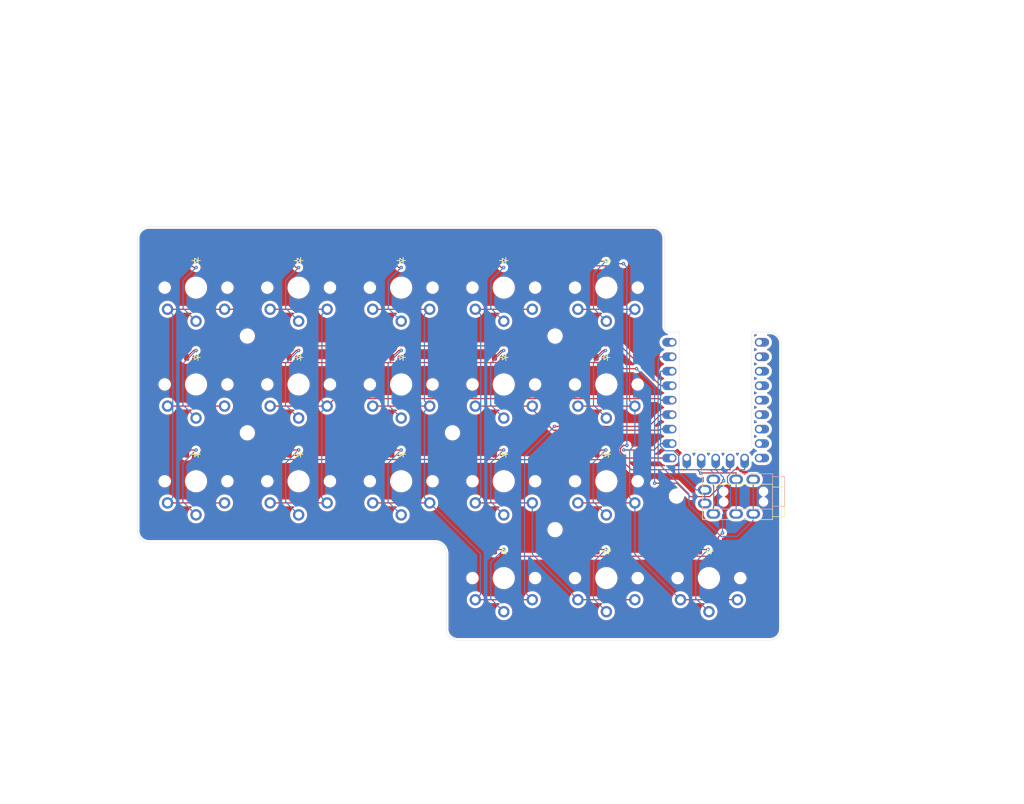
<source format=kicad_pcb>
(kicad_pcb (version 20240108) (generator "pcbnew") (generator_version "8.0")
  (layers (0 "F.Cu" signal) (31 "B.Cu" signal) (34 "B.Paste" user) (35 "F.Paste" user) (36 "B.SilkS" user "B.Silkscreen") (37 "F.SilkS" user "F.Silkscreen") (38 "B.Mask" user) (39 "F.Mask" user) (44 "Edge.Cuts" user))
  (net 0 "")
  (net 1 "Net-(D1-A)")
  (net 2 "Net-(D2-A)")
  (net 3 "Net-(D3-A)")
  (net 4 "Net-(D4-A)")
  (net 5 "Net-(D5-A)")
  (net 6 "Net-(D6-A)")
  (net 7 "Net-(D7-A)")
  (net 8 "Net-(D8-A)")
  (net 9 "Net-(D9-A)")
  (net 10 "Net-(D10-A)")
  (net 11 "Net-(D11-A)")
  (net 12 "Net-(D12-A)")
  (net 13 "Net-(D13-A)")
  (net 14 "Net-(D14-A)")
  (net 15 "Net-(D15-A)")
  (net 16 "Net-(D16-A)")
  (net 17 "Net-(D17-A)")
  (net 18 "Net-(D18-A)")
  (net 19 "Row1")
  (net 20 "Row2")
  (net 21 "Row3")
  (net 22 "Row4")
  (net 23 "GND")
  (net 24 "VCC")
  (net 25 "TX")
  (net 26 "RX")
  (net 27 "Col1")
  (net 28 "Col2")
  (net 29 "Col3")
  (net 30 "Col4")
  (net 31 "Col5")
  (footprint "ScottoKeebs_Components:Diode_SOD-123" (layer "F.Cu") (at 120.8 66.55 180)
    (property "Reference" "D15" (hide yes))
    (property "Value" "Diode")
  )
  (footprint "ScottoKeebs_Components:Diode_SOD-123" (layer "F.Cu") (at 102.8 49.55 180)
    (property "Reference" "D9" (hide yes))
    (property "Value" "Diode")
  )
  (footprint "ScottoKeebs_Components:Diode_SOD-123" (layer "F.Cu") (at 48.8 32.55 180)
    (property "Reference" "D1" (hide yes))
    (property "Value" "Diode")
  )
  (footprint "ScottoKeebs_MCU:RP2040_Zero" (layer "F.Cu") (at 139.98 57.06)
    (property "Reference" "U1" (hide yes))
    (property "Value" "RP2040_Zero" (hide yes))
  )
  (footprint "ScottoKeebs_Components:Diode_SOD-123" (layer "F.Cu") (at 84.8 66.55 180)
    (property "Reference" "D13" (hide yes))
    (property "Value" "Diode")
  )
  (footprint "ScottoKeebs_Components:Diode_SOD-123" (layer "F.Cu") (at 102.8 83.55 180)
    (property "Reference" "D16" (hide yes))
    (property "Value" "Diode")
  )
  (footprint "ScottoKeebs_Components:Diode_SOD-123" (layer "F.Cu") (at 66.8 49.55 180)
    (property "Reference" "D7" (hide yes))
    (property "Value" "Diode")
  )
  (footprint "ScottoKeebs_Components:Diode_SOD-123" (layer "F.Cu") (at 84.8 49.55 180)
    (property "Reference" "D8" (hide yes))
    (property "Value" "Diode")
  )
  (footprint "ScottoKeebs_Components:Diode_SOD-123" (layer "F.Cu") (at 48.8 66.55 180)
    (property "Reference" "D11" (hide yes))
    (property "Value" "Diode")
  )
  (footprint "ScottoKeebs_Components:Diode_SOD-123" (layer "F.Cu") (at 138.8 83.55 180)
    (property "Reference" "D18" (hide yes))
    (property "Value" "Diode")
  )
  (footprint "MountingHole:MountingHole_2.2mm_M2" (layer "F.Cu") (at 133.1 73.9)
    (property "Reference" "H5" (hide yes))
    (property "Value" "MountingHole")
  )
  (footprint "ScottoKeebs_Components:Diode_SOD-123" (layer "F.Cu") (at 120.8 32.55 180)
    (property "Reference" "D5" (hide yes))
    (property "Value" "Diode")
  )
  (footprint "ScottoKeebs_Components:Diode_SOD-123" (layer "F.Cu") (at 66.8 66.55 180)
    (property "Reference" "D12" (hide yes))
    (property "Value" "Diode")
  )
  (footprint "MountingHole:MountingHole_2.2mm_M2" (layer "F.Cu") (at 111.8 79.8)
    (property "Reference" "H4" (hide yes))
    (property "Value" "MountingHole")
  )
  (footprint "ScottoKeebs_Components:Diode_SOD-123" (layer "F.Cu") (at 48.8 49.55 180)
    (property "Reference" "D6" (hide yes))
    (property "Value" "Diode")
  )
  (footprint "MountingHole:MountingHole_2.2mm_M2" (layer "F.Cu") (at 93.8 62.8)
    (property "Reference" "H6" (hide yes))
    (property "Value" "MountingHole")
  )
  (footprint "MountingHole:MountingHole_2.2mm_M2" (layer "F.Cu") (at 111.8 45.8)
    (property "Reference" "H3" (hide yes))
    (property "Value" "MountingHole")
  )
  (footprint "ScottoKeebs_Components:Diode_SOD-123" (layer "F.Cu") (at 102.8 32.55 180)
    (property "Reference" "D4" (hide yes))
    (property "Value" "Diode")
  )
  (footprint "ScottoKeebs_Components:Diode_SOD-123" (layer "F.Cu") (at 120.8 83.55 180)
    (property "Reference" "D17" (hide yes))
    (property "Value" "Diode")
  )
  (footprint "ScottoKeebs_Components:Diode_SOD-123" (layer "F.Cu") (at 120.65 49.55 180)
    (property "Reference" "D10" (hide yes))
    (property "Value" "Diode")
  )
  (footprint "ScottoKeebs_Components:Diode_SOD-123" (layer "F.Cu") (at 102.8 66.55 180)
    (property "Reference" "D14" (hide yes))
    (property "Value" "Diode")
  )
  (footprint "MountingHole:MountingHole_2.2mm_M2" (layer "F.Cu") (at 57.8 62.8)
    (property "Reference" "H2" (hide yes))
    (property "Value" "MountingHole")
  )
  (footprint "ScottoKeebs_Components:Diode_SOD-123" (layer "F.Cu") (at 84.8 32.55 180)
    (property "Reference" "D3" (hide yes))
    (property "Value" "Diode")
  )
  (footprint "MountingHole:MountingHole_2.2mm_M2" (layer "F.Cu") (at 57.8 45.8)
    (property "Reference" "H1" (hide yes))
    (property "Value" "MountingHole")
  )
  (footprint "ScottoKeebs_Components:Diode_SOD-123" (layer "F.Cu") (at 66.8 32.55 180)
    (property "Reference" "D2" (hide yes))
    (property "Value" "Diode")
  )
  (footprint "PCM_marbastlib-xp-choc:SW_choc_Reversible_1u" (layer "B.Cu") (at 138.8 88.3 180)
    (property "Reference" "S18" (hide yes))
    (property "Value" "Keyswitch")
  )
  (footprint "PCM_marbastlib-xp-choc:SW_choc_Reversible_1u" (layer "B.Cu") (at 48.8 37.3 180)
    (property "Reference" "S1" (hide yes))
    (property "Value" "Keyswitch")
  )
  (footprint "PCM_marbastlib-xp-choc:SW_choc_Reversible_1u" (layer "B.Cu") (at 84.8 71.3 180)
    (property "Reference" "S13" (hide yes))
    (property "Value" "Keyswitch")
  )
  (footprint "PCM_marbastlib-xp-choc:SW_choc_Reversible_1u" (layer "B.Cu") (at 48.8 54.3 180)
    (property "Reference" "S6" (hide yes))
    (property "Value" "Keyswitch")
  )
  (footprint "PCM_marbastlib-xp-various:CON_MJ-4PP-9_Reversible" (layer "B.Cu") (at 143.82 74 180)
    (property "Reference" "J1" (hide yes))
    (property "Value" "AudioJack4")
  )
  (footprint "PCM_marbastlib-xp-choc:SW_choc_Reversible_1u" (layer "B.Cu") (at 102.8 88.3 180)
    (property "Reference" "S16" (hide yes))
    (property "Value" "Keyswitch")
  )
  (footprint "PCM_marbastlib-xp-choc:SW_choc_Reversible_1u" (layer "B.Cu") (at 84.8 54.3 180)
    (property "Reference" "S8" (hide yes))
    (property "Value" "Keyswitch")
  )
  (footprint "PCM_marbastlib-xp-choc:SW_choc_Reversible_1u" (layer "B.Cu") (at 84.8 37.3 180)
    (property "Reference" "S3" (hide yes))
    (property "Value" "Keyswitch")
  )
  (footprint "PCM_marbastlib-xp-choc:SW_choc_Reversible_1u" (layer "B.Cu") (at 66.8 37.3 180)
    (property "Reference" "S2" (hide yes))
    (property "Value" "Keyswitch")
  )
  (footprint "PCM_marbastlib-xp-choc:SW_choc_Reversible_1u" (layer "B.Cu") (at 102.8 37.3 180)
    (property "Reference" "S4" (hide yes))
    (property "Value" "Keyswitch")
  )
  (footprint "PCM_marbastlib-xp-choc:SW_choc_Reversible_1u" (layer "B.Cu") (at 48.8 71.3 180)
    (property "Reference" "S11" (hide yes))
    (property "Value" "Keyswitch")
  )
  (footprint "PCM_marbastlib-xp-choc:SW_choc_Reversible_1u" (layer "B.Cu") (at 120.8 71.3 180)
    (property "Reference" "S15" (hide yes))
    (property "Value" "Keyswitch")
  )
  (footprint "PCM_marbastlib-xp-choc:SW_choc_Reversible_1u" (layer "B.Cu") (at 102.8 71.3 180)
    (property "Reference" "S14" (hide yes))
    (property "Value" "Keyswitch")
  )
  (footprint "PCM_marbastlib-xp-choc:SW_choc_Reversible_1u" (layer "B.Cu") (at 102.8 54.3 180)
    (property "Reference" "S9" (hide yes))
    (property "Value" "Keyswitch")
  )
  (footprint "PCM_marbastlib-xp-choc:SW_choc_Reversible_1u" (layer "B.Cu") (at 120.8 54.3 180)
    (property "Reference" "S10" (hide yes))
    (property "Value" "Keyswitch")
  )
  (footprint "PCM_marbastlib-xp-choc:SW_choc_Reversible_1u" (layer "B.Cu") (at 120.8 37.3 180)
    (property "Reference" "S5" (hide yes))
    (property "Value" "Keyswitch")
  )
  (footprint "PCM_marbastlib-xp-choc:SW_choc_Reversible_1u" (layer "B.Cu") (at 66.8 71.3 180)
    (property "Reference" "S12" (hide yes))
    (property "Value" "Keyswitch")
  )
  (footprint "PCM_marbastlib-xp-choc:SW_choc_Reversible_1u" (layer "B.Cu") (at 66.8 54.3 180)
    (property "Reference" "S7" (hide yes))
    (property "Value" "Keyswitch")
  )
  (footprint "PCM_marbastlib-xp-choc:SW_choc_Reversible_1u" (layer "B.Cu") (at 120.8 88.3 180)
    (property "Reference" "S17" (hide yes))
    (property "Value" "Keyswitch")
  )
  (gr_arc (start 38.5 28.6) (mid 39.085786 27.185786) (end 40.5 26.6) (stroke (width 0.05)) (layer "Edge.Cuts"))
  (gr_line (start 146.3 45.1) (end 149.5 45.1) (stroke (width 0.05)) (layer "Edge.Cuts"))
  (gr_line (start 38.5 80) (end 38.5 28.6) (stroke (width 0.05)) (layer "Edge.Cuts"))
  (gr_arc (start 94.7 99.2) (mid 93.285786 98.614214) (end 92.7 97.2) (stroke (width 0.05)) (layer "Edge.Cuts"))
  (gr_arc (start 90.7 82) (mid 92.114214 82.585786) (end 92.7 84) (stroke (width 0.05)) (layer "Edge.Cuts"))
  (gr_line (start 131 44.1) (end 131 28.6) (stroke (width 0.05)) (layer "Edge.Cuts"))
  (gr_arc (start 134.6 65.9) (mid 133.892893 65.607107) (end 133.6 64.9) (stroke (width 0.05)) (layer "Edge.Cuts"))
  (gr_arc (start 40.5 82) (mid 39.085786 81.414214) (end 38.5 80) (stroke (width 0.05)) (layer "Edge.Cuts"))
  (gr_arc (start 151.5 97.2) (mid 150.914214 98.614214) (end 149.5 99.2) (stroke (width 0.05)) (layer "Edge.Cuts"))
  (gr_line (start 149.5 99.2) (end 94.7 99.2) (stroke (width 0.05)) (layer "Edge.Cuts"))
  (gr_arc (start 129 26.6) (mid 130.414214 27.185786) (end 131 28.6) (stroke (width 0.05)) (layer "Edge.Cuts"))
  (gr_line (start 151.5 47.1) (end 151.5 97.2) (stroke (width 0.05)) (layer "Edge.Cuts"))
  (gr_line (start 146.3 45.1) (end 146.3 64.9) (stroke (width 0.05)) (layer "Edge.Cuts"))
  (gr_line (start 40.5 26.6) (end 129 26.6) (stroke (width 0.05)) (layer "Edge.Cuts"))
  (gr_line (start 133.6 45.1) (end 132 45.1) (stroke (width 0.05)) (layer "Edge.Cuts"))
  (gr_arc (start 149.5 45.1) (mid 150.914214 45.685786) (end 151.5 47.1) (stroke (width 0.05)) (layer "Edge.Cuts"))
  (gr_line (start 145.3 65.9) (end 134.6 65.9) (stroke (width 0.05)) (layer "Edge.Cuts"))
  (gr_arc (start 132 45.1) (mid 131.292893 44.807107) (end 131 44.1) (stroke (width 0.05)) (layer "Edge.Cuts"))
  (gr_line (start 92.7 97.2) (end 92.7 84) (stroke (width 0.05)) (layer "Edge.Cuts"))
  (gr_line (start 90.7 82) (end 40.5 82) (stroke (width 0.05)) (layer "Edge.Cuts"))
  (gr_arc (start 146.3 64.9) (mid 146.007107 65.607107) (end 145.3 65.9) (stroke (width 0.05)) (layer "Edge.Cuts"))
  (gr_line (start 133.6 45.1) (end 133.6 64.9) (stroke (width 0.05)) (layer "Edge.Cuts"))
  (segment (start 48.8 33.78) (end 48.38 33.78) (width 0.2) (layer "F.Cu") (net 1))
  (segment (start 48.38 33.78) (end 47.15 32.55) (width 0.2) (layer "F.Cu") (net 1))
  (via (at 48.8 33.78) (size 0.6) (drill 0.2) (layers "F.Cu" "B.Cu") (net 1))
  (segment (start 48.8 43.2) (end 46.5262 40.9262) (width 0.2) (layer "B.Cu") (net 1))
  (segment (start 46.5262 36.0538) (end 48.8 33.78) (width 0.2) (layer "B.Cu") (net 1))
  (segment (start 46.5262 40.9262) (end 46.5262 36.0538) (width 0.2) (layer "B.Cu") (net 1))
  (segment (start 66.38 33.78) (end 65.15 32.55) (width 0.2) (layer "F.Cu") (net 2))
  (segment (start 66.8 33.78) (end 66.38 33.78) (width 0.2) (layer "F.Cu") (net 2))
  (via (at 66.8 33.78) (size 0.6) (drill 0.2) (layers "F.Cu" "B.Cu") (net 2))
  (segment (start 64.5262 36.0538) (end 66.8 33.78) (width 0.2) (layer "B.Cu") (net 2))
  (segment (start 64.5262 40.9262) (end 64.5262 36.0538) (width 0.2) (layer "B.Cu") (net 2))
  (segment (start 66.8 43.2) (end 64.5262 40.9262) (width 0.2) (layer "B.Cu") (net 2))
  (segment (start 84.8 33.78) (end 84.38 33.78) (width 0.2) (layer "F.Cu") (net 3))
  (segment (start 84.38 33.78) (end 83.15 32.55) (width 0.2) (layer "F.Cu") (net 3))
  (via (at 84.8 33.78) (size 0.6) (drill 0.2) (layers "F.Cu" "B.Cu") (net 3))
  (segment (start 82.5335 36.0465) (end 84.8 33.78) (width 0.2) (layer "B.Cu") (net 3))
  (segment (start 82.5335 40.9335) (end 82.5335 36.0465) (width 0.2) (layer "B.Cu") (net 3))
  (segment (start 84.8 43.2) (end 82.5335 40.9335) (width 0.2) (layer "B.Cu") (net 3))
  (segment (start 102.7695 33.78) (end 102.38 33.78) (width 0.2) (layer "F.Cu") (net 4))
  (segment (start 102.38 33.78) (end 101.15 32.55) (width 0.2) (layer "F.Cu") (net 4))
  (via (at 102.7695 33.78) (size 0.6) (drill 0.2) (layers "F.Cu" "B.Cu") (net 4))
  (segment (start 100.5227 40.9227) (end 100.5227 36.0268) (width 0.2) (layer "B.Cu") (net 4))
  (segment (start 102.8 43.2) (end 100.5227 40.9227) (width 0.2) (layer "B.Cu") (net 4))
  (segment (start 100.5227 36.0268) (end 102.7695 33.78) (width 0.2) (layer "B.Cu") (net 4))
  (segment (start 120.7065 32.6712) (end 119.2712 32.6712) (width 0.2) (layer "F.Cu") (net 5))
  (segment (start 119.2712 32.6712) (end 119.15 32.55) (width 0.2) (layer "F.Cu") (net 5))
  (via (at 120.7065 32.6712) (size 0.6) (drill 0.2) (layers "F.Cu" "B.Cu") (net 5))
  (segment (start 120.8 43.2) (end 118.5463 40.9463) (width 0.2) (layer "B.Cu") (net 5))
  (segment (start 118.5463 40.9463) (end 118.5463 34.8314) (width 0.2) (layer "B.Cu") (net 5))
  (segment (start 118.5463 34.8314) (end 120.7065 32.6712) (width 0.2) (layer "B.Cu") (net 5))
  (segment (start 48.36 48.34) (end 47.15 49.55) (width 0.2) (layer "F.Cu") (net 6))
  (segment (start 48.8 48.34) (end 48.36 48.34) (width 0.2) (layer "F.Cu") (net 6))
  (via (at 48.8 48.34) (size 0.6) (drill 0.2) (layers "F.Cu" "B.Cu") (net 6))
  (segment (start 48.8 60.2) (end 46.4946 57.8946) (width 0.2) (layer "B.Cu") (net 6))
  (segment (start 46.4946 57.8946) (end 46.4946 50.6454) (width 0.2) (layer "B.Cu") (net 6))
  (segment (start 46.4946 50.6454) (end 48.8 48.34) (width 0.2) (layer "B.Cu") (net 6))
  (segment (start 66.8 48.34) (end 66.36 48.34) (width 0.2) (layer "F.Cu") (net 7))
  (segment (start 66.36 48.34) (end 65.15 49.55) (width 0.2) (layer "F.Cu") (net 7))
  (via (at 66.8 48.34) (size 0.6) (drill 0.2) (layers "F.Cu" "B.Cu") (net 7))
  (segment (start 64.4962 50.6438) (end 66.8 48.34) (width 0.2) (layer "B.Cu") (net 7))
  (segment (start 64.4962 57.8962) (end 64.4962 50.6438) (width 0.2) (layer "B.Cu") (net 7))
  (segment (start 66.8 60.2) (end 64.4962 57.8962) (width 0.2) (layer "B.Cu") (net 7))
  (segment (start 84.36 48.34) (end 83.15 49.55) (width 0.2) (layer "F.Cu") (net 8))
  (segment (start 84.8 48.34) (end 84.36 48.34) (width 0.2) (layer "F.Cu") (net 8))
  (via (at 84.8 48.34) (size 0.6) (drill 0.2) (layers "F.Cu" "B.Cu") (net 8))
  (segment (start 84.8 60.2) (end 82.5004 57.9004) (width 0.2) (layer "B.Cu") (net 8))
  (segment (start 82.5004 57.9004) (end 82.5004 50.6396) (width 0.2) (layer "B.Cu") (net 8))
  (segment (start 82.5004 50.6396) (end 84.8 48.34) (width 0.2) (layer "B.Cu") (net 8))
  (segment (start 102.36 48.34) (end 101.15 49.55) (width 0.2) (layer "F.Cu") (net 9))
  (segment (start 102.7695 48.34) (end 102.36 48.34) (width 0.2) (layer "F.Cu") (net 9))
  (via (at 102.7695 48.34) (size 0.6) (drill 0.2) (layers "F.Cu" "B.Cu") (net 9))
  (segment (start 102.8 60.2) (end 100.5062 57.9062) (width 0.2) (layer "B.Cu") (net 9))
  (segment (start 100.5062 57.9062) (end 100.5062 50.6033) (width 0.2) (layer "B.Cu") (net 9))
  (segment (start 100.5062 50.6033) (end 102.7695 48.34) (width 0.2) (layer "B.Cu") (net 9))
  (segment (start 120.6315 48.34) (end 120.21 48.34) (width 0.2) (layer "F.Cu") (net 10))
  (segment (start 120.21 48.34) (end 119 49.55) (width 0.2) (layer "F.Cu") (net 10))
  (via (at 120.6315 48.34) (size 0.6) (drill 0.2) (layers "F.Cu" "B.Cu") (net 10))
  (segment (start 118.543 57.943) (end 118.543 50.4285) (width 0.2) (layer "B.Cu") (net 10))
  (segment (start 120.8 60.2) (end 118.543 57.943) (width 0.2) (layer "B.Cu") (net 10))
  (segment (start 118.543 50.4285) (end 120.6315 48.34) (width 0.2) (layer "B.Cu") (net 10))
  (segment (start 47.888 65.812) (end 47.15 66.55) (width 0.2) (layer "F.Cu") (net 11))
  (segment (start 48.8 65.812) (end 47.888 65.812) (width 0.2) (layer "F.Cu") (net 11))
  (via (at 48.8 65.812) (size 0.6) (drill 0.2) (layers "F.Cu" "B.Cu") (net 11))
  (segment (start 46.4946 74.8946) (end 46.4946 68.1174) (width 0.2) (layer "B.Cu") (net 11))
  (segment (start 48.8 77.2) (end 46.4946 74.8946) (width 0.2) (layer "B.Cu") (net 11))
  (segment (start 46.4946 68.1174) (end 48.8 65.812) (width 0.2) (layer "B.Cu") (net 11))
  (segment (start 66.8 65.812) (end 65.888 65.812) (width 0.2) (layer "F.Cu") (net 12))
  (segment (start 65.888 65.812) (end 65.15 66.55) (width 0.2) (layer "F.Cu") (net 12))
  (via (at 66.8 65.812) (size 0.6) (drill 0.2) (layers "F.Cu" "B.Cu") (net 12))
  (segment (start 64.5234 74.9234) (end 64.5234 68.0886) (width 0.2) (layer "B.Cu") (net 12))
  (segment (start 66.8 77.2) (end 64.5234 74.9234) (width 0.2) (layer "B.Cu") (net 12))
  (segment (start 64.5234 68.0886) (end 66.8 65.812) (width 0.2) (layer "B.Cu") (net 12))
  (segment (start 83.888 65.812) (end 83.15 66.55) (width 0.2) (layer "F.Cu") (net 13))
  (segment (start 84.8 65.812) (end 83.888 65.812) (width 0.2) (layer "F.Cu") (net 13))
  (via (at 84.8 65.812) (size 0.6) (drill 0.2) (layers "F.Cu" "B.Cu") (net 13))
  (segment (start 82.4962 68.1158) (end 84.8 65.812) (width 0.2) (layer "B.Cu") (net 13))
  (segment (start 84.8 77.2) (end 82.4962 74.8962) (width 0.2) (layer "B.Cu") (net 13))
  (segment (start 82.4962 74.8962) (end 82.4962 68.1158) (width 0.2) (layer "B.Cu") (net 13))
  (segment (start 102.7695 65.812) (end 101.888 65.812) (width 0.2) (layer "F.Cu") (net 14))
  (segment (start 101.888 65.812) (end 101.15 66.55) (width 0.2) (layer "F.Cu") (net 14))
  (via (at 102.7695 65.812) (size 0.6) (drill 0.2) (layers "F.Cu" "B.Cu") (net 14))
  (segment (start 100.524 74.924) (end 100.524 68.0575) (width 0.2) (layer "B.Cu") (net 14))
  (segment (start 102.8 77.2) (end 100.524 74.924) (width 0.2) (layer "B.Cu") (net 14))
  (segment (start 100.524 68.0575) (end 102.7695 65.812) (width 0.2) (layer "B.Cu") (net 14))
  (segment (start 120.7065 65.812) (end 119.888 65.812) (width 0.2) (layer "F.Cu") (net 15))
  (segment (start 119.888 65.812) (end 119.15 66.55) (width 0.2) (layer "F.Cu") (net 15))
  (via (at 120.7065 65.812) (size 0.6) (drill 0.2) (layers "F.Cu" "B.Cu") (net 15))
  (segment (start 118.4944 74.8944) (end 118.4944 68.0241) (width 0.2) (layer "B.Cu") (net 15))
  (segment (start 120.8 77.2) (end 118.4944 74.8944) (width 0.2) (layer "B.Cu") (net 15))
  (segment (start 118.4944 68.0241) (end 120.7065 65.812) (width 0.2) (layer "B.Cu") (net 15))
  (segment (start 101.416 83.284) (end 101.15 83.55) (width 0.2) (layer "F.Cu") (net 16))
  (segment (start 102.7695 83.284) (end 101.416 83.284) (width 0.2) (layer "F.Cu") (net 16))
  (via (at 102.7695 83.284) (size 0.6) (drill 0.2) (layers "F.Cu" "B.Cu") (net 16))
  (segment (start 102.8 94.2) (end 100.5223 91.9223) (width 0.2) (layer "B.Cu") (net 16))
  (segment (start 100.5223 85.5312) (end 102.7695 83.284) (width 0.2) (layer "B.Cu") (net 16))
  (segment (start 100.5223 91.9223) (end 100.5223 85.5312) (width 0.2) (layer "B.Cu") (net 16))
  (segment (start 119.416 83.284) (end 119.15 83.55) (width 0.2) (layer "F.Cu") (net 17))
  (segment (start 120.7065 83.284) (end 119.416 83.284) (width 0.2) (layer "F.Cu") (net 17))
  (via (at 120.7065 83.284) (size 0.6) (drill 0.2) (layers "F.Cu" "B.Cu") (net 17))
  (segment (start 118.5457 85.4448) (end 120.7065 83.284) (width 0.2) (layer "B.Cu") (net 17))
  (segment (start 120.8 94.2) (end 118.5457 91.9457) (width 0.2) (layer "B.Cu") (net 17))
  (segment (start 118.5457 91.9457) (end 118.5457 85.4448) (width 0.2) (layer "B.Cu") (net 17))
  (segment (start 137.416 83.284) (end 137.15 83.55) (width 0.2) (layer "F.Cu") (net 18))
  (segment (start 138.6435 83.284) (end 137.416 83.284) (width 0.2) (layer "F.Cu") (net 18))
  (via (at 138.6435 83.284) (size 0.6) (drill 0.2) (layers "F.Cu" "B.Cu") (net 18))
  (segment (start 136.4826 91.8826) (end 136.4826 85.4449) (width 0.2) (layer "B.Cu") (net 18))
  (segment (start 136.4826 85.4449) (end 138.6435 83.284) (width 0.2) (layer "B.Cu") (net 18))
  (segment (start 138.8 94.2) (end 136.4826 91.8826) (width 0.2) (layer "B.Cu") (net 18))
  (segment (start 124.3447 67.22) (end 123.2458 66.1211) (width 0.2) (layer "F.Cu") (net 19))
  (segment (start 86.45 32.55) (end 85.5122 31.6122) (width 0.2) (layer "F.Cu") (net 19))
  (segment (start 69.3878 31.6122) (end 68.45 32.55) (width 0.2) (layer "F.Cu") (net 19))
  (segment (start 130.3083 67.22) (end 124.3447 67.22) (width 0.2) (layer "F.Cu") (net 19))
  (segment (start 51.3878 31.6122) (end 50.45 32.55) (width 0.2) (layer "F.Cu") (net 19))
  (segment (start 105.3725 33.4725) (end 122.0787 33.4725) (width 0.2) (layer "F.Cu") (net 19))
  (segment (start 123.7963 33.1012) (end 122.45 33.1012) (width 0.2) (layer "F.Cu") (net 19))
  (segment (start 104.45 32.55) (end 103.5374 31.6374) (width 0.2) (layer "F.Cu") (net 19))
  (segment (start 67.5122 31.6122) (end 51.3878 31.6122) (width 0.2) (layer "F.Cu") (net 19))
  (segment (start 123.2458 65.5527) (end 123.7986 64.9999) (width 0.2) (layer "F.Cu") (net 19))
  (segment (start 122.0787 33.4725) (end 122.45 33.1012) (width 0.2) (layer "F.Cu") (net 19))
  (segment (start 123.2458 66.1211) (end 123.2458 65.5527) (width 0.2) (layer "F.Cu") (net 19))
  (segment (start 104.45 32.55) (end 105.3725 33.4725) (width 0.2) (layer "F.Cu") (net 19))
  (segment (start 103.5374 31.6374) (end 87.3626 31.6374) (width 0.2) (layer "F.Cu") (net 19))
  (segment (start 87.3626 31.6374) (end 86.45 32.55) (width 0.2) (layer "F.Cu") (net 19))
  (segment (start 122.45 33.1012) (end 122.45 32.55) (width 0.2) (layer "F.Cu") (net 19))
  (segment (start 132.36 67.22) (end 130.3083 67.22) (width 0.2) (layer "F.Cu") (net 19))
  (segment (start 85.5122 31.6122) (end 69.3878 31.6122) (width 0.2) (layer "F.Cu") (net 19))
  (segment (start 68.45 32.55) (end 67.5122 31.6122) (width 0.2) (layer "F.Cu") (net 19))
  (segment (start 123.7986 64.9999) (end 124.398 64.9999) (width 0.2) (layer "F.Cu") (net 19))
  (via (at 124.398 64.9999) (size 0.6) (drill 0.2) (layers "F.Cu" "B.Cu") (net 19))
  (via (at 123.7963 33.1012) (size 0.6) (drill 0.2) (layers "F.Cu" "B.Cu") (net 19))
  (segment (start 124.398 64.9999) (end 124.398 33.7029) (width 0.2) (layer "B.Cu") (net 19))
  (segment (start 124.398 33.7029) (end 123.7963 33.1012) (width 0.2) (layer "B.Cu") (net 19))
  (segment (start 121.7516 50.4556) (end 122.3 49.9072) (width 0.2) (layer "F.Cu") (net 20))
  (segment (start 50.45 49.55) (end 51.3526 50.4526) (width 0.2) (layer "F.Cu") (net 20))
  (segment (start 135.5359 74) (end 133.1719 71.636) (width 0.2) (layer "F.Cu") (net 20))
  (segment (start 87.3526 50.4526) (end 103.5474 50.4526) (width 0.2) (layer "F.Cu") (net 20))
  (segment (start 104.45 49.55) (end 105.3556 50.4556) (width 0.2) (layer "F.Cu") (net 20))
  (segment (start 140.2183 72.3448) (end 140.2183 72.7009) (width 0.2) (layer "F.Cu") (net 20))
  (segment (start 68.45 49.55) (end 69.3788 50.4788) (width 0.2) (layer "F.Cu") (net 20))
  (segment (start 86.45 49.55) (end 87.3526 50.4526) (width 0.2) (layer "F.Cu") (net 20))
  (segment (start 105.3556 50.4556) (end 121.7516 50.4556) (width 0.2) (layer "F.Cu") (net 20))
  (segment (start 141.3545 71.2086) (end 140.2183 72.3448) (width 0.2) (layer "F.Cu") (net 20))
  (segment (start 103.5474 50.4526) (end 104.45 49.55) (width 0.2) (layer "F.Cu") (net 20))
  (segment (start 123.9357 51.5429) (end 122.3 49.9072) (width 0.2) (layer "F.Cu") (net 20))
  (segment (start 51.3526 50.4526) (end 67.5474 50.4526) (width 0.2) (layer "F.Cu") (net 20))
  (segment (start 133.1719 71.636) (end 129.2595 71.636) (width 0.2) (layer "F.Cu") (net 20))
  (segment (start 140.2183 72.7009) (end 138.9192 74) (width 0.2) (layer "F.Cu") (net 20))
  (segment (start 67.5474 50.4526) (end 68.45 49.55) (width 0.2) (layer "F.Cu") (net 20))
  (segment (start 138.9192 74) (end 135.5359 74) (width 0.2) (layer "F.Cu") (net 20))
  (segment (start 69.3788 50.4788) (end 85.5212 50.4788) (width 0.2) (layer "F.Cu") (net 20))
  (segment (start 85.5212 50.4788) (end 86.45 49.55) (width 0.2) (layer "F.Cu") (net 20))
  (segment (start 122.3 49.9072) (end 122.3 49.55) (width 0.2) (layer "F.Cu") (net 20))
  (segment (start 126.0804 51.5429) (end 123.9357 51.5429) (width 0.2) (layer "F.Cu") (net 20))
  (via (at 129.2595 71.636) (size 0.6) (drill 0.2) (layers "F.Cu" "B.Cu") (net 20))
  (via (at 126.0804 51.5429) (size 0.6) (drill 0.2) (layers "F.Cu" "B.Cu") (net 20))
  (via (at 141.3545 71.2086) (size 0.6) (drill 0.2) (layers "F.Cu" "B.Cu") (net 20))
  (segment (start 139.98 67.22) (end 139.98 69.2717) (width 0.2) (layer "B.Cu") (net 20))
  (segment (start 141.3545 70.6462) (end 141.3545 71.2086) (width 0.2) (layer "B.Cu") (net 20))
  (segment (start 129.2595 71.636) (end 129.2595 54.722) (width 0.2) (layer "B.Cu") (net 20))
  (segment (start 129.2595 54.722) (end 126.0804 51.5429) (width 0.2) (layer "B.Cu") (net 20))
  (segment (start 139.98 69.2717) (end 141.3545 70.6462) (width 0.2) (layer "B.Cu") (net 20))
  (segment (start 51.3826 67.4826) (end 67.5174 67.4826) (width 0.2) (layer "F.Cu") (net 21))
  (segment (start 125.1717 69.2717) (end 122.45 66.55) (width 0.2) (layer "F.Cu") (net 21))
  (segment (start 86.45 66.55) (end 87.3594 67.4594) (width 0.2) (layer "F.Cu") (net 21))
  (segment (start 68.45 66.55) (end 69.3826 67.4826) (width 0.2) (layer "F.Cu") (net 21))
  (segment (start 85.5174 67.4826) (end 86.45 66.55) (width 0.2) (layer "F.Cu") (net 21))
  (segment (start 50.45 66.55) (end 51.3826 67.4826) (width 0.2) (layer "F.Cu") (net 21))
  (segment (start 103.5406 67.4594) (end 104.45 66.55) (width 0.2) (layer "F.Cu") (net 21))
  (segment (start 142.52 67.22) (end 142.52 69.2717) (width 0.2) (layer "F.Cu") (net 21))
  (segment (start 105.4083 67.5083) (end 121.4917 67.5083) (width 0.2) (layer "F.Cu") (net 21))
  (segment (start 87.3594 67.4594) (end 103.5406 67.4594) (width 0.2) (layer "F.Cu") (net 21))
  (segment (start 121.4917 67.5083) (end 122.45 66.55) (width 0.2) (layer "F.Cu") (net 21))
  (segment (start 67.5174 67.4826) (end 68.45 66.55) (width 0.2) (layer "F.Cu") (net 21))
  (segment (start 69.3826 67.4826) (end 85.5174 67.4826) (width 0.2) (layer "F.Cu") (net 21))
  (segment (start 104.45 66.55) (end 105.4083 67.5083) (width 0.2) (layer "F.Cu") (net 21))
  (segment (start 142.52 69.2717) (end 125.1717 69.2717) (width 0.2) (layer "F.Cu") (net 21))
  (segment (start 105.3618 84.4618) (end 104.45 83.55) (width 0.2) (layer "F.Cu") (net 22))
  (segment (start 140.45 81.0975) (end 141.1755 80.372) (width 0.2) (layer "F.Cu") (net 22))
  (segment (start 122.45 84.4618) (end 105.3618 84.4618) (width 0.2) (layer "F.Cu") (net 22))
  (segment (start 122.45 83.55) (end 122.45 84.4618) (width 0.2) (layer "F.Cu") (net 22))
  (segment (start 139.5382 84.4618) (end 140.45 83.55) (width 0.2) (layer "F.Cu") (net 22))
  (segment (start 140.45 83.55) (end 140.45 81.0975) (width 0.2) (layer "F.Cu") (net 22))
  (segment (start 122.45 84.4618) (end 139.5382 84.4618) (width 0.2) (layer "F.Cu") (net 22))
  (via (at 141.1755 80.372) (size 0.6) (drill 0.2) (layers "F.Cu" "B.Cu") (net 22))
  (segment (start 141.1755 80.372) (end 141.1755 77.2073) (width 0.2) (layer "B.Cu") (net 22))
  (segment (start 143.2535 69.2717) (end 145.06 69.2717) (width 0.2) (layer "B.Cu") (net 22))
  (segment (start 145.06 67.22) (end 145.06 69.2717) (width 0.2) (layer "B.Cu") (net 22))
  (segment (start 142.0389 71.4773) (end 142.0389 70.4863) (width 0.2) (layer "B.Cu") (net 22))
  (segment (start 141.1755 77.2073) (end 142.5785 75.8043) (width 0.2) (layer "B.Cu") (net 22))
  (segment (start 142.0389 70.4863) (end 143.2535 69.2717) (width 0.2) (layer "B.Cu") (net 22))
  (segment (start 142.5785 72.0169) (end 142.0389 71.4773) (width 0.2) (layer "B.Cu") (net 22))
  (segment (start 142.5785 75.8043) (end 142.5785 72.0169) (width 0.2) (layer "B.Cu") (net 22))
  (segment (start 130.3083 49.44) (end 129.8813 49.867) (width 0.2) (layer "B.Cu") (net 23))
  (segment (start 143.7493 80.9852) (end 146.57 78.1645) (width 0.2) (layer "B.Cu") (net 23))
  (segment (start 146.57 77.0128) (end 146.57 78.1645) (width 0.2) (layer "B.Cu") (net 23))
  (segment (start 140.9156 80.9852) (end 143.7493 80.9852) (width 0.2) (layer "B.Cu") (net 23))
  (segment (start 132.36 49.44) (end 130.3083 49.44) (width 0.2) (layer "B.Cu") (net 23))
  (segment (start 135.2885 75.3581) (end 140.9156 80.9852) (width 0.2) (layer "B.Cu") (net 23))
  (segment (start 129.8813 68.1202) (end 135.2885 73.5274) (width 0.2) (layer "B.Cu") (net 23))
  (segment (start 129.8813 49.867) (end 129.8813 68.1202) (width 0.2) (layer "B.Cu") (net 23))
  (segment (start 146.57 70.9872) (end 146.57 77.0128) (width 0.2) (layer "B.Cu") (net 23))
  (segment (start 135.2885 73.5274) (end 135.2885 75.3581) (width 0.2) (layer "B.Cu") (net 23))
  (segment (start 138.07 72.8128) (end 138.07 75.1872) (width 0.2) (layer "B.Cu") (net 24))
  (segment (start 132.6021 65.95) (end 131.0978 65.95) (width 0.2) (layer "B.Cu") (net 24))
  (segment (start 130.3083 65.1605) (end 130.3083 51.98) (width 0.2) (layer "B.Cu") (net 24))
  (segment (start 133.49 69.7345) (end 133.49 66.8379) (width 0.2) (layer "B.Cu") (net 24))
  (segment (start 136.5683 72.8128) (end 133.49 69.7345) (width 0.2) (layer "B.Cu") (net 24))
  (segment (start 133.49 66.8379) (end 132.6021 65.95) (width 0.2) (layer "B.Cu") (net 24))
  (segment (start 132.36 51.98) (end 130.3083 51.98) (width 0.2) (layer "B.Cu") (net 24))
  (segment (start 131.0978 65.95) (end 130.3083 65.1605) (width 0.2) (layer "B.Cu") (net 24))
  (segment (start 138.07 72.8128) (end 136.5683 72.8128) (width 0.2) (layer "B.Cu") (net 24))
  (segment (start 139.57 69.8355) (end 139.0062 69.2717) (width 0.2) (layer "B.Cu") (net 25))
  (segment (start 139.57 70.9872) (end 139.57 69.8355) (width 0.2) (layer "B.Cu") (net 25))
  (segment (start 139.57 71.425) (end 139.57 72.1389) (width 0.2) (layer "B.Cu") (net 25))
  (segment (start 139.0062 69.2717) (end 137.44 69.2717) (width 0.2) (layer "B.Cu") (net 25))
  (segment (start 139.57 71.425) (end 139.57 70.9872) (width 0.2) (layer "B.Cu") (net 25))
  (segment (start 139.6278 75.8033) (end 139.57 75.8611) (width 0.2) (layer "B.Cu") (net 25))
  (segment (start 139.57 72.1389) (end 139.6278 72.1967) (width 0.2) (layer "B.Cu") (net 25))
  (segment (start 139.6278 72.1967) (end 139.6278 75.8033) (width 0.2) (layer "B.Cu") (net 25))
  (segment (start 137.44 67.22) (end 137.44 69.2717) (width 0.2) (layer "B.Cu") (net 25))
  (segment (start 139.57 77.0128) (end 139.57 75.8611) (width 0.2) (layer "B.Cu") (net 25))
  (segment (start 143.57 69.8355) (end 137.3857 69.8355) (width 0.2) (layer "F.Cu") (net 26))
  (segment (start 137.3857 69.8355) (end 137.3443 69.8769) (width 0.2) (layer "F.Cu") (net 26))
  (segment (start 143.57 70.9872) (end 143.57 69.8355) (width 0.2) (layer "F.Cu") (net 26))
  (via (at 137.3443 69.8769) (size 0.6) (drill 0.2) (layers "F.Cu" "B.Cu") (net 26))
  (segment (start 143.57 70.9872) (end 143.57 77.0128) (width 0.2) (layer "B.Cu") (net 26))
  (segment (start 137.3443 69.8769) (end 136.7391 69.2717) (width 0.2) (layer "B.Cu") (net 26))
  (segment (start 136.7391 69.2717) (end 134.9 69.2717) (width 0.2) (layer "B.Cu") (net 26))
  (segment (start 134.9 67.22) (end 134.9 69.2717) (width 0.2) (layer "B.Cu") (net 26))
  (segment (start 43.8 75.1) (end 53.8 75.1) (width 0.2) (layer "F.Cu") (net 27))
  (segment (start 132.36 54.52) (end 130.3083 54.52) (width 0.2) (layer "F.Cu") (net 27))
  (segment (start 123.31 47.5217) (end 130.3083 54.52) (width 0.2) (layer "F.Cu") (net 27))
  (segment (start 58.0333 41.1) (end 64.455 47.5217) (width 0.2) (layer "F.Cu") (net 27))
  (segment (start 43.8 41.1) (end 53.8 41.1) (width 0.2) (layer "F.Cu") (net 27))
  (segment (start 53.8 41.1) (end 58.0333 41.1) (width 0.2) (layer "F.Cu") (net 27))
  (segment (start 43.8 58.1) (end 53.8 58.1) (width 0.2) (layer "F.Cu") (net 27))
  (segment (start 64.455 47.5217) (end 123.31 47.5217) (width 0.2) (layer "F.Cu") (net 27))
  (segment (start 43.8 75.1) (end 44.7093 74.1907) (width 0.2) (layer "B.Cu") (net 27))
  (segment (start 44.7093 58.1) (end 44.7093 42.0093) (width 0.2) (layer "B.Cu") (net 27))
  (segment (start 44.7093 74.1907) (end 44.7093 58.1) (width 0.2) (layer "B.Cu") (net 27))
  (segment (start 44.7093 42.0093) (end 43.8 41.1) (width 0.2) (layer "B.Cu") (net 27))
  (segment (start 44.7093 58.1) (end 43.8 58.1) (width 0.2) (layer "B.Cu") (net 27))
  (segment (start 132.36 57.06) (end 130.3083 57.06) (width 0.2) (layer "F.Cu") (net 28))
  (segment (start 130.3083 57.06) (end 130.0407 56.7924) (width 0.2) (layer "F.Cu") (net 28))
  (segment (start 73.1076 56.7924) (end 71.8 58.1) (width 0.2) (layer "F.Cu") (net 28))
  (segment (start 130.0407 56.7924) (end 73.1076 56.7924) (width 0.2) (layer "F.Cu") (net 28))
  (segment (start 61.8 58.1) (end 71.8 58.1) (width 0.2) (layer "F.Cu") (net 28))
  (segment (start 61.8 75.1) (end 71.8 75.1) (width 0.2) (layer "F.Cu") (net 28))
  (segment (start 61.8 41.1) (end 71.8 41.1) (width 0.2) (layer "F.Cu") (net 28))
  (segment (start 70.8478 74.1478) (end 71.8 75.1) (width 0.2) (layer "B.Cu") (net 28))
  (segment (start 71.8 58.1) (end 70.8478 59.0522) (width 0.2) (layer "B.Cu") (net 28))
  (segment (start 70.8478 59.0522) (end 70.8478 74.1478) (width 0.2) (layer "B.Cu") (net 28))
  (segment (start 71.8 58.1) (end 70.8834 57.1834) (width 0.2) (layer "B.Cu") (net 28))
  (segment (start 70.8834 42.0166) (end 71.8 41.1) (width 0.2) (layer "B.Cu") (net 28))
  (segment (start 70.8834 57.1834) (end 70.8834 42.0166) (width 0.2) (layer "B.Cu") (net 28))
  (segment (start 128.2408 61.6675) (end 111.6872 61.6675) (width 0.2) (layer "F.Cu") (net 29))
  (segment (start 132.36 59.6) (end 130.3083 59.6) (width 0.2) (layer "F.Cu") (net 29))
  (segment (start 130.3083 59.6) (end 128.2408 61.6675) (width 0.2) (layer "F.Cu") (net 29))
  (segment (start 79.8 41.1) (end 89.8 41.1) (width 0.2) (layer "F.Cu") (net 29))
  (segment (start 79.8 75.1) (end 89.8 75.1) (width 0.2) (layer "F.Cu") (net 29))
  (segment (start 97.8 92.1) (end 107.8 92.1) (width 0.2) (layer "F.Cu") (net 29))
  (segment (start 89.8 58.1) (end 79.8 58.1) (width 0.2) (layer "F.Cu") (net 29))
  (via (at 111.6872 61.6675) (size 0.6) (drill 0.2) (layers "F.Cu" "B.Cu") (net 29))
  (segment (start 88.8818 74.1818) (end 89.8 75.1) (width 0.2) (layer "B.Cu") (net 29))
  (segment (start 98.7017 91.1983) (end 98.7017 84.0017) (width 0.2) (layer "B.Cu") (net 29))
  (segment (start 106.4481 90.7481) (end 106.4481 66.9066) (width 0.2) (layer "B.Cu") (net 29))
  (segment (start 88.8725 57.1725) (end 89.8 58.1) (width 0.2) (layer "B.Cu") (net 29))
  (segment (start 89.8 41.1) (end 88.8725 42.0275) (width 0.2) (layer "B.Cu") (net 29))
  (segment (start 106.4481 66.9066) (end 111.6872 61.6675) (width 0.2) (layer "B.Cu") (net 29))
  (segment (start 107.8 92.1) (end 106.4481 90.7481) (width 0.2) (layer "B.Cu") (net 29))
  (segment (start 98.7017 84.0017) (end 89.8 75.1) (width 0.2) (layer "B.Cu") (net 29))
  (segment (start 97.8 92.1) (end 98.7017 91.1983) (width 0.2) (layer "B.Cu") (net 29))
  (segment (start 88.8818 59.0182) (end 88.8818 74.1818) (width 0.2) (layer "B.Cu") (net 29))
  (segment (start 89.8 58.1) (end 88.8818 59.0182) (width 0.2) (layer "B.Cu") (net 29))
  (segment (start 88.8725 42.0275) (end 88.8725 57.1725) (width 0.2) (layer "B.Cu") (net 29))
  (segment (start 97.8 58.1) (end 107.8 58.1) (width 0.2) (layer "F.Cu") (net 30))
  (segment (start 107.8 58.1) (end 107.8 58.6546) (width 0.2) (layer "F.Cu") (net 30))
  (segment (start 111.4716 62.3262) (end 130.1221 62.3262) (width 0.2) (layer "F.Cu") (net 30))
  (segment (start 97.8 75.1) (end 107.8 75.1) (width 0.2) (layer "F.Cu") (net 30))
  (segment (start 132.36 62.14) (end 130.3083 62.14) (width 0.2) (layer "F.Cu") (net 30))
  (segment (start 130.1221 62.3262) (end 130.3083 62.14) (width 0.2) (layer "F.Cu") (net 30))
  (segment (start 97.8 41.1) (end 107.8 41.1) (width 0.2) (layer "F.Cu") (net 30))
  (segment (start 115.8 92.1) (end 125.8 92.1) (width 0.2) (layer "F.Cu") (net 30))
  (segment (start 107.8 58.6546) (end 111.4716 62.3262) (width 0.2) (layer "F.Cu") (net 30))
  (segment (start 98.7522 42.0522) (end 97.8 41.1) (width 0.2) (layer "B.Cu") (net 30))
  (segment (start 98.7522 58.1) (end 98.7522 42.0522) (width 0.2) (layer "B.Cu") (net 30))
  (segment (start 97.8 58.1) (end 98.7522 58.1) (width 0.2) (layer "B.Cu") (net 30))
  (segment (start 97.8 75.1) (end 98.7522 74.1478) (width 0.2) (layer "B.Cu") (net 30))
  (segment (start 98.7522 74.1478) (end 98.7522 58.1) (width 0.2) (layer "B.Cu") (net 30))
  (segment (start 107.8 84.1) (end 107.8 75.1) (width 0.2) (layer "B.Cu") (net 30))
  (segment (start 115.8 92.1) (end 107.8 84.1) (width 0.2) (layer "B.Cu") (net 30))
  (segment (start 129.1747 65.8136) (end 123.8476 65.8136) (width 0.2) (layer "F.Cu") (net 31))
  (segment (start 115.8 58.1) (end 125.8 58.1) (width 0.2) (layer "F.Cu") (net 31))
  (segment (start 130.3083 64.68) (end 129.1747 65.8136) (width 0.2) (layer "F.Cu") (net 31))
  (segment (start 133.8 92.1) (end 143.8 92.1) (width 0.2) (layer "F.Cu") (net 31))
  (segment (start 132.36 64.68) (end 130.3083 64.68) (width 0.2) (layer "F.Cu") (net 31))
  (segment (start 115.8 75.1) (end 125.8 75.1) (width 0.2) (layer "F.Cu") (net 31))
  (segment (start 115.8 41.1) (end 125.8 41.1) (width 0.2) (layer "F.Cu") (net 31))
  (via (at 123.8476 65.8136) (size 0.6) (drill 0.2) (layers "F.Cu" "B.Cu") (net 31))
  (segment (start 125.8 64.8954) (end 124.8818 65.8136) (width 0.2) (layer "B.Cu") (net 31))
  (segment (start 124.8818 74.1818) (end 125.8 75.1) (width 0.2) (layer "B.Cu") (net 31))
  (segment (start 125.8 41.1) (end 124.8725 42.0275) (width 0.2) (layer "B.Cu") (net 31))
  (segment (start 125.8 58.1) (end 125.8 64.8954) (width 0.2) (layer "B.Cu") (net 31))
  (segment (start 124.8725 42.0275) (end 124.8725 57.1725) (width 0.2) (layer "B.Cu") (net 31))
  (segment (start 124.8725 57.1725) (end 125.8 58.1) (width 0.2) (layer "B.Cu") (net 31))
  (segment (start 124.8818 65.8136) (end 123.8476 65.8136) (width 0.2) (layer "B.Cu") (net 31))
  (segment (start 124.8818 65.8136) (end 124.8818 74.1818) (width 0.2) (layer "B.Cu") (net 31))
  (segment (start 125.8 84.1) (end 125.8 75.1) (width 0.2) (layer "B.Cu") (net 31))
  (segment (start 133.8 92.1) (end 125.8 84.1) (width 0.2) (layer "B.Cu") (net 31))
  (zone (net 0) (net_name "") (layers "F&B.Cu") (connect_pads (clearance 0.5)) (min_thickness 0.25) (fill yes (thermal_gap 0.5) (thermal_bridge_width 0.5) (island_removal_mode 1) (island_area_min 10))
    (polygon (pts (xy 14.6 -12.8) (xy 14.4 128) (xy 194.1 126.8) (xy 186.1 -6.4) (xy 14.8 -13.2)))
  )
)
</source>
